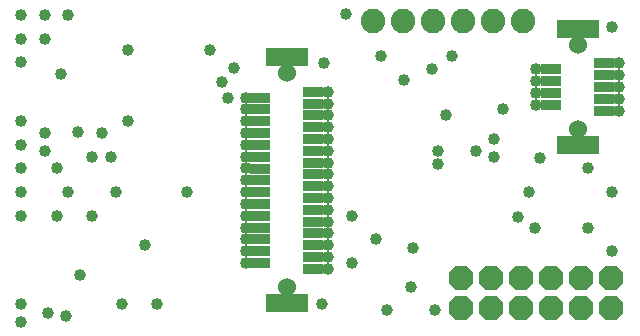
<source format=gbs>
G75*
%MOIN*%
%OFA0B0*%
%FSLAX25Y25*%
%IPPOS*%
%LPD*%
%AMOC8*
5,1,8,0,0,1.08239X$1,22.5*
%
%ADD10C,0.08200*%
%ADD11R,0.06706X0.03556*%
%ADD12R,0.14186X0.05918*%
%ADD13C,0.06000*%
%ADD14OC8,0.08200*%
%ADD15C,0.03975*%
D10*
X0165567Y0119138D03*
X0175567Y0119138D03*
X0185567Y0119138D03*
X0195567Y0119138D03*
X0205567Y0119138D03*
X0215567Y0119138D03*
D11*
X0224913Y0103015D03*
X0224913Y0099078D03*
X0224913Y0095141D03*
X0224913Y0091204D03*
X0242630Y0093172D03*
X0242630Y0089235D03*
X0242630Y0097109D03*
X0242630Y0101046D03*
X0242630Y0104983D03*
X0145652Y0095503D03*
X0145652Y0091566D03*
X0145652Y0087629D03*
X0145652Y0083692D03*
X0145652Y0079755D03*
X0145652Y0075818D03*
X0145652Y0071881D03*
X0145652Y0067944D03*
X0145652Y0064007D03*
X0145652Y0060070D03*
X0145652Y0056133D03*
X0145652Y0052196D03*
X0145652Y0048259D03*
X0145652Y0044322D03*
X0145652Y0040385D03*
X0145652Y0036448D03*
X0127935Y0038417D03*
X0127935Y0042354D03*
X0127935Y0046291D03*
X0127935Y0050228D03*
X0127935Y0054165D03*
X0127935Y0058102D03*
X0127935Y0062039D03*
X0127935Y0065976D03*
X0127935Y0069913D03*
X0127935Y0073850D03*
X0127935Y0077787D03*
X0127935Y0081724D03*
X0127935Y0085661D03*
X0127935Y0089598D03*
X0127935Y0093535D03*
D12*
X0136794Y0106920D03*
X0233772Y0116401D03*
X0233772Y0077818D03*
X0136794Y0025031D03*
D13*
X0136794Y0030346D03*
X0136794Y0030354D03*
X0233772Y0083133D03*
X0233772Y0083141D03*
X0233772Y0111086D03*
X0233772Y0111094D03*
X0136794Y0101613D03*
X0136794Y0101606D03*
D14*
X0194701Y0033311D03*
X0204701Y0033311D03*
X0214701Y0033311D03*
X0224701Y0033311D03*
X0234701Y0033311D03*
X0244701Y0033311D03*
X0244701Y0023311D03*
X0234701Y0023311D03*
X0224701Y0023311D03*
X0214701Y0023311D03*
X0204701Y0023311D03*
X0194701Y0023311D03*
D15*
X0048244Y0018744D03*
X0048244Y0024650D03*
X0057299Y0021894D03*
X0063205Y0020713D03*
X0081709Y0024650D03*
X0093520Y0024650D03*
X0067929Y0034492D03*
X0089583Y0044335D03*
X0071866Y0054177D03*
X0063992Y0062051D03*
X0060055Y0054177D03*
X0048244Y0054177D03*
X0048244Y0062051D03*
X0048244Y0069925D03*
X0056118Y0075831D03*
X0056118Y0081736D03*
X0048244Y0077799D03*
X0048244Y0085673D03*
X0067142Y0082130D03*
X0075016Y0081736D03*
X0083677Y0085673D03*
X0078165Y0073862D03*
X0071866Y0073862D03*
X0060055Y0069925D03*
X0079740Y0062051D03*
X0103362Y0062051D03*
X0123047Y0062051D03*
X0123047Y0058114D03*
X0123047Y0054177D03*
X0123047Y0050240D03*
X0123047Y0046303D03*
X0123047Y0042366D03*
X0123047Y0038429D03*
X0148638Y0024650D03*
X0150606Y0036461D03*
X0150606Y0040398D03*
X0150606Y0044335D03*
X0150606Y0048272D03*
X0150606Y0052209D03*
X0150606Y0056146D03*
X0150606Y0060083D03*
X0150606Y0064020D03*
X0150606Y0067944D03*
X0150606Y0067957D03*
X0150606Y0071881D03*
X0150606Y0071894D03*
X0150606Y0075831D03*
X0150606Y0079768D03*
X0150606Y0083705D03*
X0150606Y0087629D03*
X0150606Y0087642D03*
X0150606Y0091579D03*
X0150606Y0095516D03*
X0149031Y0104965D03*
X0168323Y0107327D03*
X0175803Y0099453D03*
X0185252Y0102996D03*
X0191945Y0107327D03*
X0208874Y0089610D03*
X0219898Y0091185D03*
X0219898Y0095122D03*
X0219898Y0099059D03*
X0219898Y0102996D03*
X0245094Y0117169D03*
X0247457Y0104965D03*
X0247457Y0101028D03*
X0247457Y0097091D03*
X0247457Y0093154D03*
X0247457Y0089217D03*
X0237220Y0069925D03*
X0245094Y0062051D03*
X0237220Y0050240D03*
X0245094Y0042366D03*
X0219504Y0050240D03*
X0213992Y0053783D03*
X0217535Y0062051D03*
X0221079Y0073469D03*
X0205724Y0073862D03*
X0199819Y0075831D03*
X0205724Y0079768D03*
X0189976Y0087642D03*
X0187220Y0075831D03*
X0187220Y0071500D03*
X0158480Y0054177D03*
X0166354Y0046303D03*
X0158480Y0038429D03*
X0178165Y0030555D03*
X0170291Y0022681D03*
X0186039Y0022681D03*
X0178953Y0043547D03*
X0123047Y0065988D03*
X0123047Y0069925D03*
X0123047Y0073862D03*
X0123047Y0077799D03*
X0123047Y0081736D03*
X0123047Y0085673D03*
X0123047Y0089610D03*
X0123047Y0093547D03*
X0117142Y0093547D03*
X0115173Y0098665D03*
X0119110Y0103390D03*
X0111236Y0109295D03*
X0083677Y0109295D03*
X0063992Y0121106D03*
X0056118Y0121106D03*
X0048244Y0121106D03*
X0048244Y0113232D03*
X0056118Y0113232D03*
X0048244Y0105358D03*
X0061630Y0101421D03*
X0156512Y0121500D03*
M02*

</source>
